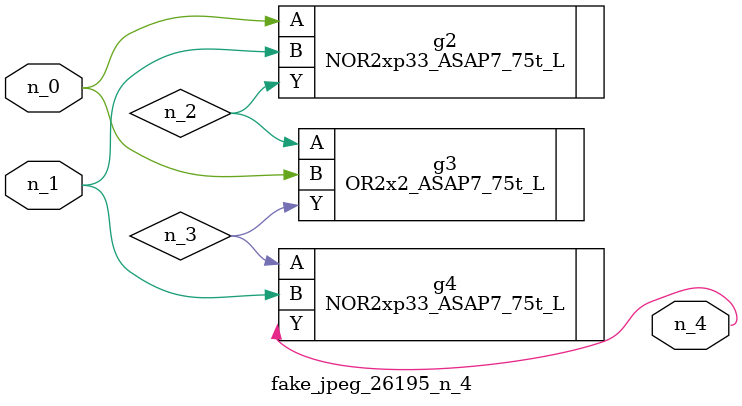
<source format=v>
module fake_jpeg_26195_n_4 (n_0, n_1, n_4);

input n_0;
input n_1;

output n_4;

wire n_2;
wire n_3;

NOR2xp33_ASAP7_75t_L g2 ( 
.A(n_0),
.B(n_1),
.Y(n_2)
);

OR2x2_ASAP7_75t_L g3 ( 
.A(n_2),
.B(n_0),
.Y(n_3)
);

NOR2xp33_ASAP7_75t_L g4 ( 
.A(n_3),
.B(n_1),
.Y(n_4)
);


endmodule
</source>
